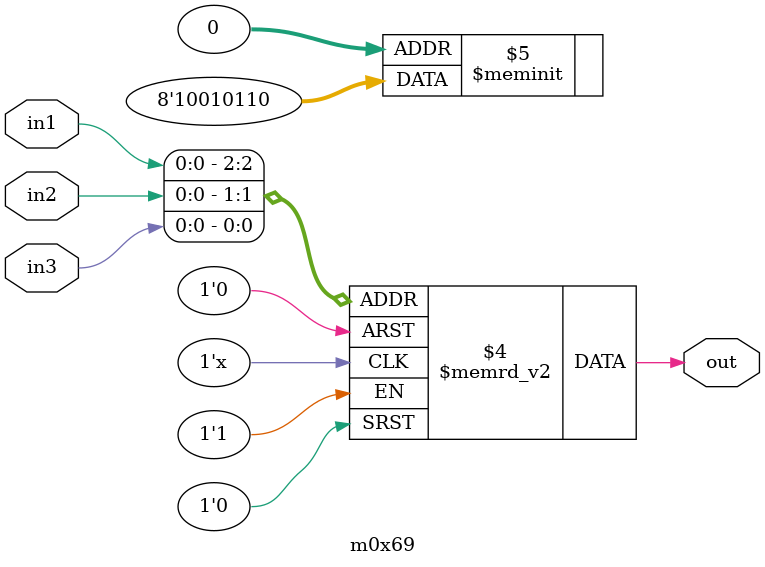
<source format=v>
module m0x69(output out, input in1, in2, in3);

   always @(in1, in2, in3)
     begin
        case({in1, in2, in3})
          3'b000: {out} = 1'b0;
          3'b001: {out} = 1'b1;
          3'b010: {out} = 1'b1;
          3'b011: {out} = 1'b0;
          3'b100: {out} = 1'b1;
          3'b101: {out} = 1'b0;
          3'b110: {out} = 1'b0;
          3'b111: {out} = 1'b1;
        endcase // case ({in1, in2, in3})
     end // always @ (in1, in2, in3)

endmodule // m0x69
</source>
